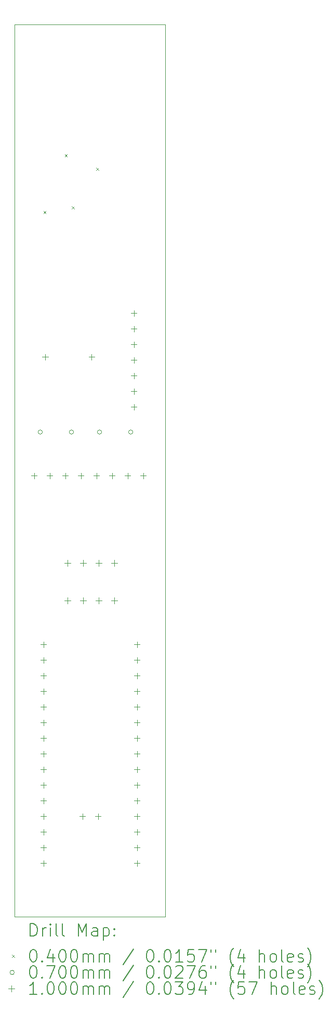
<source format=gbr>
%TF.GenerationSoftware,KiCad,Pcbnew,7.0.10-7.0.10~ubuntu22.04.1*%
%TF.CreationDate,2024-01-30T11:01:31+01:00*%
%TF.ProjectId,rocketry_circuit,726f636b-6574-4727-995f-636972637569,rev?*%
%TF.SameCoordinates,Original*%
%TF.FileFunction,Drillmap*%
%TF.FilePolarity,Positive*%
%FSLAX45Y45*%
G04 Gerber Fmt 4.5, Leading zero omitted, Abs format (unit mm)*
G04 Created by KiCad (PCBNEW 7.0.10-7.0.10~ubuntu22.04.1) date 2024-01-30 11:01:31*
%MOMM*%
%LPD*%
G01*
G04 APERTURE LIST*
%ADD10C,0.100000*%
%ADD11C,0.200000*%
G04 APERTURE END LIST*
D10*
X1200000Y-1200000D02*
X3650000Y-1200000D01*
X3650000Y-15700000D01*
X1200000Y-15700000D01*
X1200000Y-1200000D01*
D11*
D10*
X1669350Y-4232290D02*
X1709350Y-4272290D01*
X1709350Y-4232290D02*
X1669350Y-4272290D01*
X2016020Y-3306210D02*
X2056020Y-3346210D01*
X2056020Y-3306210D02*
X2016020Y-3346210D01*
X2131200Y-4154440D02*
X2171200Y-4194440D01*
X2171200Y-4154440D02*
X2131200Y-4194440D01*
X2527300Y-3527930D02*
X2567300Y-3567930D01*
X2567300Y-3527930D02*
X2527300Y-3567930D01*
X1653400Y-7824620D02*
G75*
G03*
X1583400Y-7824620I-35000J0D01*
G01*
X1583400Y-7824620D02*
G75*
G03*
X1653400Y-7824620I35000J0D01*
G01*
X2161400Y-7824620D02*
G75*
G03*
X2091400Y-7824620I-35000J0D01*
G01*
X2091400Y-7824620D02*
G75*
G03*
X2161400Y-7824620I35000J0D01*
G01*
X2618600Y-7824620D02*
G75*
G03*
X2548600Y-7824620I-35000J0D01*
G01*
X2548600Y-7824620D02*
G75*
G03*
X2618600Y-7824620I35000J0D01*
G01*
X3126600Y-7824620D02*
G75*
G03*
X3056600Y-7824620I-35000J0D01*
G01*
X3056600Y-7824620D02*
G75*
G03*
X3126600Y-7824620I35000J0D01*
G01*
X1516800Y-8485820D02*
X1516800Y-8585820D01*
X1466800Y-8535820D02*
X1566800Y-8535820D01*
X1669200Y-11229020D02*
X1669200Y-11329020D01*
X1619200Y-11279020D02*
X1719200Y-11279020D01*
X1669200Y-11483020D02*
X1669200Y-11583020D01*
X1619200Y-11533020D02*
X1719200Y-11533020D01*
X1669200Y-11737020D02*
X1669200Y-11837020D01*
X1619200Y-11787020D02*
X1719200Y-11787020D01*
X1669200Y-11991020D02*
X1669200Y-12091020D01*
X1619200Y-12041020D02*
X1719200Y-12041020D01*
X1669200Y-12245020D02*
X1669200Y-12345020D01*
X1619200Y-12295020D02*
X1719200Y-12295020D01*
X1669200Y-12499020D02*
X1669200Y-12599020D01*
X1619200Y-12549020D02*
X1719200Y-12549020D01*
X1669200Y-12753020D02*
X1669200Y-12853020D01*
X1619200Y-12803020D02*
X1719200Y-12803020D01*
X1669200Y-13007020D02*
X1669200Y-13107020D01*
X1619200Y-13057020D02*
X1719200Y-13057020D01*
X1669200Y-13261020D02*
X1669200Y-13361020D01*
X1619200Y-13311020D02*
X1719200Y-13311020D01*
X1669200Y-13515020D02*
X1669200Y-13615020D01*
X1619200Y-13565020D02*
X1719200Y-13565020D01*
X1669200Y-13769020D02*
X1669200Y-13869020D01*
X1619200Y-13819020D02*
X1719200Y-13819020D01*
X1669200Y-14023020D02*
X1669200Y-14123020D01*
X1619200Y-14073020D02*
X1719200Y-14073020D01*
X1669200Y-14277020D02*
X1669200Y-14377020D01*
X1619200Y-14327020D02*
X1719200Y-14327020D01*
X1669200Y-14531020D02*
X1669200Y-14631020D01*
X1619200Y-14581020D02*
X1719200Y-14581020D01*
X1669200Y-14785020D02*
X1669200Y-14885020D01*
X1619200Y-14835020D02*
X1719200Y-14835020D01*
X1695600Y-6555420D02*
X1695600Y-6655420D01*
X1645600Y-6605420D02*
X1745600Y-6605420D01*
X1770800Y-8485820D02*
X1770800Y-8585820D01*
X1720800Y-8535820D02*
X1820800Y-8535820D01*
X2024800Y-8485820D02*
X2024800Y-8585820D01*
X1974800Y-8535820D02*
X2074800Y-8535820D01*
X2061000Y-9907400D02*
X2061000Y-10007400D01*
X2011000Y-9957400D02*
X2111000Y-9957400D01*
X2061000Y-10517000D02*
X2061000Y-10617000D01*
X2011000Y-10567000D02*
X2111000Y-10567000D01*
X2278800Y-8485820D02*
X2278800Y-8585820D01*
X2228800Y-8535820D02*
X2328800Y-8535820D01*
X2303700Y-14023020D02*
X2303700Y-14123020D01*
X2253700Y-14073020D02*
X2353700Y-14073020D01*
X2315000Y-9907400D02*
X2315000Y-10007400D01*
X2265000Y-9957400D02*
X2365000Y-9957400D01*
X2315000Y-10517000D02*
X2315000Y-10617000D01*
X2265000Y-10567000D02*
X2365000Y-10567000D01*
X2455600Y-6555420D02*
X2455600Y-6655420D01*
X2405600Y-6605420D02*
X2505600Y-6605420D01*
X2532800Y-8485820D02*
X2532800Y-8585820D01*
X2482800Y-8535820D02*
X2582800Y-8535820D01*
X2557700Y-14023020D02*
X2557700Y-14123020D01*
X2507700Y-14073020D02*
X2607700Y-14073020D01*
X2569000Y-9907400D02*
X2569000Y-10007400D01*
X2519000Y-9957400D02*
X2619000Y-9957400D01*
X2569000Y-10517000D02*
X2569000Y-10617000D01*
X2519000Y-10567000D02*
X2619000Y-10567000D01*
X2786800Y-8485820D02*
X2786800Y-8585820D01*
X2736800Y-8535820D02*
X2836800Y-8535820D01*
X2823000Y-9907400D02*
X2823000Y-10007400D01*
X2773000Y-9957400D02*
X2873000Y-9957400D01*
X2823000Y-10517000D02*
X2823000Y-10617000D01*
X2773000Y-10567000D02*
X2873000Y-10567000D01*
X3040800Y-8485820D02*
X3040800Y-8585820D01*
X2990800Y-8535820D02*
X3090800Y-8535820D01*
X3142400Y-5844220D02*
X3142400Y-5944220D01*
X3092400Y-5894220D02*
X3192400Y-5894220D01*
X3142400Y-6098220D02*
X3142400Y-6198220D01*
X3092400Y-6148220D02*
X3192400Y-6148220D01*
X3142400Y-6352220D02*
X3142400Y-6452220D01*
X3092400Y-6402220D02*
X3192400Y-6402220D01*
X3142400Y-6606220D02*
X3142400Y-6706220D01*
X3092400Y-6656220D02*
X3192400Y-6656220D01*
X3142400Y-6860220D02*
X3142400Y-6960220D01*
X3092400Y-6910220D02*
X3192400Y-6910220D01*
X3142400Y-7114220D02*
X3142400Y-7214220D01*
X3092400Y-7164220D02*
X3192400Y-7164220D01*
X3142400Y-7368220D02*
X3142400Y-7468220D01*
X3092400Y-7418220D02*
X3192400Y-7418220D01*
X3193200Y-11229020D02*
X3193200Y-11329020D01*
X3143200Y-11279020D02*
X3243200Y-11279020D01*
X3193200Y-11483020D02*
X3193200Y-11583020D01*
X3143200Y-11533020D02*
X3243200Y-11533020D01*
X3193200Y-11737020D02*
X3193200Y-11837020D01*
X3143200Y-11787020D02*
X3243200Y-11787020D01*
X3193200Y-11991020D02*
X3193200Y-12091020D01*
X3143200Y-12041020D02*
X3243200Y-12041020D01*
X3193200Y-12245020D02*
X3193200Y-12345020D01*
X3143200Y-12295020D02*
X3243200Y-12295020D01*
X3193200Y-12499020D02*
X3193200Y-12599020D01*
X3143200Y-12549020D02*
X3243200Y-12549020D01*
X3193200Y-12753020D02*
X3193200Y-12853020D01*
X3143200Y-12803020D02*
X3243200Y-12803020D01*
X3193200Y-13007020D02*
X3193200Y-13107020D01*
X3143200Y-13057020D02*
X3243200Y-13057020D01*
X3193200Y-13261020D02*
X3193200Y-13361020D01*
X3143200Y-13311020D02*
X3243200Y-13311020D01*
X3193200Y-13515020D02*
X3193200Y-13615020D01*
X3143200Y-13565020D02*
X3243200Y-13565020D01*
X3193200Y-13769020D02*
X3193200Y-13869020D01*
X3143200Y-13819020D02*
X3243200Y-13819020D01*
X3193200Y-14023020D02*
X3193200Y-14123020D01*
X3143200Y-14073020D02*
X3243200Y-14073020D01*
X3193200Y-14277020D02*
X3193200Y-14377020D01*
X3143200Y-14327020D02*
X3243200Y-14327020D01*
X3193200Y-14531020D02*
X3193200Y-14631020D01*
X3143200Y-14581020D02*
X3243200Y-14581020D01*
X3193200Y-14785020D02*
X3193200Y-14885020D01*
X3143200Y-14835020D02*
X3243200Y-14835020D01*
X3294800Y-8485820D02*
X3294800Y-8585820D01*
X3244800Y-8535820D02*
X3344800Y-8535820D01*
D11*
X1455777Y-16016484D02*
X1455777Y-15816484D01*
X1455777Y-15816484D02*
X1503396Y-15816484D01*
X1503396Y-15816484D02*
X1531967Y-15826008D01*
X1531967Y-15826008D02*
X1551015Y-15845055D01*
X1551015Y-15845055D02*
X1560539Y-15864103D01*
X1560539Y-15864103D02*
X1570062Y-15902198D01*
X1570062Y-15902198D02*
X1570062Y-15930769D01*
X1570062Y-15930769D02*
X1560539Y-15968865D01*
X1560539Y-15968865D02*
X1551015Y-15987912D01*
X1551015Y-15987912D02*
X1531967Y-16006960D01*
X1531967Y-16006960D02*
X1503396Y-16016484D01*
X1503396Y-16016484D02*
X1455777Y-16016484D01*
X1655777Y-16016484D02*
X1655777Y-15883150D01*
X1655777Y-15921246D02*
X1665301Y-15902198D01*
X1665301Y-15902198D02*
X1674824Y-15892674D01*
X1674824Y-15892674D02*
X1693872Y-15883150D01*
X1693872Y-15883150D02*
X1712920Y-15883150D01*
X1779586Y-16016484D02*
X1779586Y-15883150D01*
X1779586Y-15816484D02*
X1770062Y-15826008D01*
X1770062Y-15826008D02*
X1779586Y-15835531D01*
X1779586Y-15835531D02*
X1789110Y-15826008D01*
X1789110Y-15826008D02*
X1779586Y-15816484D01*
X1779586Y-15816484D02*
X1779586Y-15835531D01*
X1903396Y-16016484D02*
X1884348Y-16006960D01*
X1884348Y-16006960D02*
X1874824Y-15987912D01*
X1874824Y-15987912D02*
X1874824Y-15816484D01*
X2008158Y-16016484D02*
X1989110Y-16006960D01*
X1989110Y-16006960D02*
X1979586Y-15987912D01*
X1979586Y-15987912D02*
X1979586Y-15816484D01*
X2236729Y-16016484D02*
X2236729Y-15816484D01*
X2236729Y-15816484D02*
X2303396Y-15959341D01*
X2303396Y-15959341D02*
X2370063Y-15816484D01*
X2370063Y-15816484D02*
X2370063Y-16016484D01*
X2551015Y-16016484D02*
X2551015Y-15911722D01*
X2551015Y-15911722D02*
X2541491Y-15892674D01*
X2541491Y-15892674D02*
X2522444Y-15883150D01*
X2522444Y-15883150D02*
X2484348Y-15883150D01*
X2484348Y-15883150D02*
X2465301Y-15892674D01*
X2551015Y-16006960D02*
X2531967Y-16016484D01*
X2531967Y-16016484D02*
X2484348Y-16016484D01*
X2484348Y-16016484D02*
X2465301Y-16006960D01*
X2465301Y-16006960D02*
X2455777Y-15987912D01*
X2455777Y-15987912D02*
X2455777Y-15968865D01*
X2455777Y-15968865D02*
X2465301Y-15949817D01*
X2465301Y-15949817D02*
X2484348Y-15940293D01*
X2484348Y-15940293D02*
X2531967Y-15940293D01*
X2531967Y-15940293D02*
X2551015Y-15930769D01*
X2646253Y-15883150D02*
X2646253Y-16083150D01*
X2646253Y-15892674D02*
X2665301Y-15883150D01*
X2665301Y-15883150D02*
X2703396Y-15883150D01*
X2703396Y-15883150D02*
X2722444Y-15892674D01*
X2722444Y-15892674D02*
X2731967Y-15902198D01*
X2731967Y-15902198D02*
X2741491Y-15921246D01*
X2741491Y-15921246D02*
X2741491Y-15978388D01*
X2741491Y-15978388D02*
X2731967Y-15997436D01*
X2731967Y-15997436D02*
X2722444Y-16006960D01*
X2722444Y-16006960D02*
X2703396Y-16016484D01*
X2703396Y-16016484D02*
X2665301Y-16016484D01*
X2665301Y-16016484D02*
X2646253Y-16006960D01*
X2827205Y-15997436D02*
X2836729Y-16006960D01*
X2836729Y-16006960D02*
X2827205Y-16016484D01*
X2827205Y-16016484D02*
X2817682Y-16006960D01*
X2817682Y-16006960D02*
X2827205Y-15997436D01*
X2827205Y-15997436D02*
X2827205Y-16016484D01*
X2827205Y-15892674D02*
X2836729Y-15902198D01*
X2836729Y-15902198D02*
X2827205Y-15911722D01*
X2827205Y-15911722D02*
X2817682Y-15902198D01*
X2817682Y-15902198D02*
X2827205Y-15892674D01*
X2827205Y-15892674D02*
X2827205Y-15911722D01*
D10*
X1155000Y-16325000D02*
X1195000Y-16365000D01*
X1195000Y-16325000D02*
X1155000Y-16365000D01*
D11*
X1493872Y-16236484D02*
X1512920Y-16236484D01*
X1512920Y-16236484D02*
X1531967Y-16246008D01*
X1531967Y-16246008D02*
X1541491Y-16255531D01*
X1541491Y-16255531D02*
X1551015Y-16274579D01*
X1551015Y-16274579D02*
X1560539Y-16312674D01*
X1560539Y-16312674D02*
X1560539Y-16360293D01*
X1560539Y-16360293D02*
X1551015Y-16398388D01*
X1551015Y-16398388D02*
X1541491Y-16417436D01*
X1541491Y-16417436D02*
X1531967Y-16426960D01*
X1531967Y-16426960D02*
X1512920Y-16436484D01*
X1512920Y-16436484D02*
X1493872Y-16436484D01*
X1493872Y-16436484D02*
X1474824Y-16426960D01*
X1474824Y-16426960D02*
X1465301Y-16417436D01*
X1465301Y-16417436D02*
X1455777Y-16398388D01*
X1455777Y-16398388D02*
X1446253Y-16360293D01*
X1446253Y-16360293D02*
X1446253Y-16312674D01*
X1446253Y-16312674D02*
X1455777Y-16274579D01*
X1455777Y-16274579D02*
X1465301Y-16255531D01*
X1465301Y-16255531D02*
X1474824Y-16246008D01*
X1474824Y-16246008D02*
X1493872Y-16236484D01*
X1646253Y-16417436D02*
X1655777Y-16426960D01*
X1655777Y-16426960D02*
X1646253Y-16436484D01*
X1646253Y-16436484D02*
X1636729Y-16426960D01*
X1636729Y-16426960D02*
X1646253Y-16417436D01*
X1646253Y-16417436D02*
X1646253Y-16436484D01*
X1827205Y-16303150D02*
X1827205Y-16436484D01*
X1779586Y-16226960D02*
X1731967Y-16369817D01*
X1731967Y-16369817D02*
X1855777Y-16369817D01*
X1970062Y-16236484D02*
X1989110Y-16236484D01*
X1989110Y-16236484D02*
X2008158Y-16246008D01*
X2008158Y-16246008D02*
X2017682Y-16255531D01*
X2017682Y-16255531D02*
X2027205Y-16274579D01*
X2027205Y-16274579D02*
X2036729Y-16312674D01*
X2036729Y-16312674D02*
X2036729Y-16360293D01*
X2036729Y-16360293D02*
X2027205Y-16398388D01*
X2027205Y-16398388D02*
X2017682Y-16417436D01*
X2017682Y-16417436D02*
X2008158Y-16426960D01*
X2008158Y-16426960D02*
X1989110Y-16436484D01*
X1989110Y-16436484D02*
X1970062Y-16436484D01*
X1970062Y-16436484D02*
X1951015Y-16426960D01*
X1951015Y-16426960D02*
X1941491Y-16417436D01*
X1941491Y-16417436D02*
X1931967Y-16398388D01*
X1931967Y-16398388D02*
X1922443Y-16360293D01*
X1922443Y-16360293D02*
X1922443Y-16312674D01*
X1922443Y-16312674D02*
X1931967Y-16274579D01*
X1931967Y-16274579D02*
X1941491Y-16255531D01*
X1941491Y-16255531D02*
X1951015Y-16246008D01*
X1951015Y-16246008D02*
X1970062Y-16236484D01*
X2160539Y-16236484D02*
X2179586Y-16236484D01*
X2179586Y-16236484D02*
X2198634Y-16246008D01*
X2198634Y-16246008D02*
X2208158Y-16255531D01*
X2208158Y-16255531D02*
X2217682Y-16274579D01*
X2217682Y-16274579D02*
X2227205Y-16312674D01*
X2227205Y-16312674D02*
X2227205Y-16360293D01*
X2227205Y-16360293D02*
X2217682Y-16398388D01*
X2217682Y-16398388D02*
X2208158Y-16417436D01*
X2208158Y-16417436D02*
X2198634Y-16426960D01*
X2198634Y-16426960D02*
X2179586Y-16436484D01*
X2179586Y-16436484D02*
X2160539Y-16436484D01*
X2160539Y-16436484D02*
X2141491Y-16426960D01*
X2141491Y-16426960D02*
X2131967Y-16417436D01*
X2131967Y-16417436D02*
X2122444Y-16398388D01*
X2122444Y-16398388D02*
X2112920Y-16360293D01*
X2112920Y-16360293D02*
X2112920Y-16312674D01*
X2112920Y-16312674D02*
X2122444Y-16274579D01*
X2122444Y-16274579D02*
X2131967Y-16255531D01*
X2131967Y-16255531D02*
X2141491Y-16246008D01*
X2141491Y-16246008D02*
X2160539Y-16236484D01*
X2312920Y-16436484D02*
X2312920Y-16303150D01*
X2312920Y-16322198D02*
X2322444Y-16312674D01*
X2322444Y-16312674D02*
X2341491Y-16303150D01*
X2341491Y-16303150D02*
X2370063Y-16303150D01*
X2370063Y-16303150D02*
X2389110Y-16312674D01*
X2389110Y-16312674D02*
X2398634Y-16331722D01*
X2398634Y-16331722D02*
X2398634Y-16436484D01*
X2398634Y-16331722D02*
X2408158Y-16312674D01*
X2408158Y-16312674D02*
X2427205Y-16303150D01*
X2427205Y-16303150D02*
X2455777Y-16303150D01*
X2455777Y-16303150D02*
X2474825Y-16312674D01*
X2474825Y-16312674D02*
X2484348Y-16331722D01*
X2484348Y-16331722D02*
X2484348Y-16436484D01*
X2579586Y-16436484D02*
X2579586Y-16303150D01*
X2579586Y-16322198D02*
X2589110Y-16312674D01*
X2589110Y-16312674D02*
X2608158Y-16303150D01*
X2608158Y-16303150D02*
X2636729Y-16303150D01*
X2636729Y-16303150D02*
X2655777Y-16312674D01*
X2655777Y-16312674D02*
X2665301Y-16331722D01*
X2665301Y-16331722D02*
X2665301Y-16436484D01*
X2665301Y-16331722D02*
X2674825Y-16312674D01*
X2674825Y-16312674D02*
X2693872Y-16303150D01*
X2693872Y-16303150D02*
X2722444Y-16303150D01*
X2722444Y-16303150D02*
X2741491Y-16312674D01*
X2741491Y-16312674D02*
X2751015Y-16331722D01*
X2751015Y-16331722D02*
X2751015Y-16436484D01*
X3141491Y-16226960D02*
X2970063Y-16484103D01*
X3398634Y-16236484D02*
X3417682Y-16236484D01*
X3417682Y-16236484D02*
X3436729Y-16246008D01*
X3436729Y-16246008D02*
X3446253Y-16255531D01*
X3446253Y-16255531D02*
X3455777Y-16274579D01*
X3455777Y-16274579D02*
X3465301Y-16312674D01*
X3465301Y-16312674D02*
X3465301Y-16360293D01*
X3465301Y-16360293D02*
X3455777Y-16398388D01*
X3455777Y-16398388D02*
X3446253Y-16417436D01*
X3446253Y-16417436D02*
X3436729Y-16426960D01*
X3436729Y-16426960D02*
X3417682Y-16436484D01*
X3417682Y-16436484D02*
X3398634Y-16436484D01*
X3398634Y-16436484D02*
X3379586Y-16426960D01*
X3379586Y-16426960D02*
X3370063Y-16417436D01*
X3370063Y-16417436D02*
X3360539Y-16398388D01*
X3360539Y-16398388D02*
X3351015Y-16360293D01*
X3351015Y-16360293D02*
X3351015Y-16312674D01*
X3351015Y-16312674D02*
X3360539Y-16274579D01*
X3360539Y-16274579D02*
X3370063Y-16255531D01*
X3370063Y-16255531D02*
X3379586Y-16246008D01*
X3379586Y-16246008D02*
X3398634Y-16236484D01*
X3551015Y-16417436D02*
X3560539Y-16426960D01*
X3560539Y-16426960D02*
X3551015Y-16436484D01*
X3551015Y-16436484D02*
X3541491Y-16426960D01*
X3541491Y-16426960D02*
X3551015Y-16417436D01*
X3551015Y-16417436D02*
X3551015Y-16436484D01*
X3684348Y-16236484D02*
X3703396Y-16236484D01*
X3703396Y-16236484D02*
X3722444Y-16246008D01*
X3722444Y-16246008D02*
X3731967Y-16255531D01*
X3731967Y-16255531D02*
X3741491Y-16274579D01*
X3741491Y-16274579D02*
X3751015Y-16312674D01*
X3751015Y-16312674D02*
X3751015Y-16360293D01*
X3751015Y-16360293D02*
X3741491Y-16398388D01*
X3741491Y-16398388D02*
X3731967Y-16417436D01*
X3731967Y-16417436D02*
X3722444Y-16426960D01*
X3722444Y-16426960D02*
X3703396Y-16436484D01*
X3703396Y-16436484D02*
X3684348Y-16436484D01*
X3684348Y-16436484D02*
X3665301Y-16426960D01*
X3665301Y-16426960D02*
X3655777Y-16417436D01*
X3655777Y-16417436D02*
X3646253Y-16398388D01*
X3646253Y-16398388D02*
X3636729Y-16360293D01*
X3636729Y-16360293D02*
X3636729Y-16312674D01*
X3636729Y-16312674D02*
X3646253Y-16274579D01*
X3646253Y-16274579D02*
X3655777Y-16255531D01*
X3655777Y-16255531D02*
X3665301Y-16246008D01*
X3665301Y-16246008D02*
X3684348Y-16236484D01*
X3941491Y-16436484D02*
X3827206Y-16436484D01*
X3884348Y-16436484D02*
X3884348Y-16236484D01*
X3884348Y-16236484D02*
X3865301Y-16265055D01*
X3865301Y-16265055D02*
X3846253Y-16284103D01*
X3846253Y-16284103D02*
X3827206Y-16293627D01*
X4122444Y-16236484D02*
X4027206Y-16236484D01*
X4027206Y-16236484D02*
X4017682Y-16331722D01*
X4017682Y-16331722D02*
X4027206Y-16322198D01*
X4027206Y-16322198D02*
X4046253Y-16312674D01*
X4046253Y-16312674D02*
X4093872Y-16312674D01*
X4093872Y-16312674D02*
X4112920Y-16322198D01*
X4112920Y-16322198D02*
X4122444Y-16331722D01*
X4122444Y-16331722D02*
X4131967Y-16350769D01*
X4131967Y-16350769D02*
X4131967Y-16398388D01*
X4131967Y-16398388D02*
X4122444Y-16417436D01*
X4122444Y-16417436D02*
X4112920Y-16426960D01*
X4112920Y-16426960D02*
X4093872Y-16436484D01*
X4093872Y-16436484D02*
X4046253Y-16436484D01*
X4046253Y-16436484D02*
X4027206Y-16426960D01*
X4027206Y-16426960D02*
X4017682Y-16417436D01*
X4198634Y-16236484D02*
X4331968Y-16236484D01*
X4331968Y-16236484D02*
X4246253Y-16436484D01*
X4398634Y-16236484D02*
X4398634Y-16274579D01*
X4474825Y-16236484D02*
X4474825Y-16274579D01*
X4770063Y-16512674D02*
X4760539Y-16503150D01*
X4760539Y-16503150D02*
X4741491Y-16474579D01*
X4741491Y-16474579D02*
X4731968Y-16455531D01*
X4731968Y-16455531D02*
X4722444Y-16426960D01*
X4722444Y-16426960D02*
X4712920Y-16379341D01*
X4712920Y-16379341D02*
X4712920Y-16341246D01*
X4712920Y-16341246D02*
X4722444Y-16293627D01*
X4722444Y-16293627D02*
X4731968Y-16265055D01*
X4731968Y-16265055D02*
X4741491Y-16246008D01*
X4741491Y-16246008D02*
X4760539Y-16217436D01*
X4760539Y-16217436D02*
X4770063Y-16207912D01*
X4931968Y-16303150D02*
X4931968Y-16436484D01*
X4884349Y-16226960D02*
X4836730Y-16369817D01*
X4836730Y-16369817D02*
X4960539Y-16369817D01*
X5189111Y-16436484D02*
X5189111Y-16236484D01*
X5274825Y-16436484D02*
X5274825Y-16331722D01*
X5274825Y-16331722D02*
X5265301Y-16312674D01*
X5265301Y-16312674D02*
X5246253Y-16303150D01*
X5246253Y-16303150D02*
X5217682Y-16303150D01*
X5217682Y-16303150D02*
X5198634Y-16312674D01*
X5198634Y-16312674D02*
X5189111Y-16322198D01*
X5398634Y-16436484D02*
X5379587Y-16426960D01*
X5379587Y-16426960D02*
X5370063Y-16417436D01*
X5370063Y-16417436D02*
X5360539Y-16398388D01*
X5360539Y-16398388D02*
X5360539Y-16341246D01*
X5360539Y-16341246D02*
X5370063Y-16322198D01*
X5370063Y-16322198D02*
X5379587Y-16312674D01*
X5379587Y-16312674D02*
X5398634Y-16303150D01*
X5398634Y-16303150D02*
X5427206Y-16303150D01*
X5427206Y-16303150D02*
X5446253Y-16312674D01*
X5446253Y-16312674D02*
X5455777Y-16322198D01*
X5455777Y-16322198D02*
X5465301Y-16341246D01*
X5465301Y-16341246D02*
X5465301Y-16398388D01*
X5465301Y-16398388D02*
X5455777Y-16417436D01*
X5455777Y-16417436D02*
X5446253Y-16426960D01*
X5446253Y-16426960D02*
X5427206Y-16436484D01*
X5427206Y-16436484D02*
X5398634Y-16436484D01*
X5579587Y-16436484D02*
X5560539Y-16426960D01*
X5560539Y-16426960D02*
X5551015Y-16407912D01*
X5551015Y-16407912D02*
X5551015Y-16236484D01*
X5731968Y-16426960D02*
X5712920Y-16436484D01*
X5712920Y-16436484D02*
X5674825Y-16436484D01*
X5674825Y-16436484D02*
X5655777Y-16426960D01*
X5655777Y-16426960D02*
X5646253Y-16407912D01*
X5646253Y-16407912D02*
X5646253Y-16331722D01*
X5646253Y-16331722D02*
X5655777Y-16312674D01*
X5655777Y-16312674D02*
X5674825Y-16303150D01*
X5674825Y-16303150D02*
X5712920Y-16303150D01*
X5712920Y-16303150D02*
X5731968Y-16312674D01*
X5731968Y-16312674D02*
X5741491Y-16331722D01*
X5741491Y-16331722D02*
X5741491Y-16350769D01*
X5741491Y-16350769D02*
X5646253Y-16369817D01*
X5817682Y-16426960D02*
X5836730Y-16436484D01*
X5836730Y-16436484D02*
X5874825Y-16436484D01*
X5874825Y-16436484D02*
X5893872Y-16426960D01*
X5893872Y-16426960D02*
X5903396Y-16407912D01*
X5903396Y-16407912D02*
X5903396Y-16398388D01*
X5903396Y-16398388D02*
X5893872Y-16379341D01*
X5893872Y-16379341D02*
X5874825Y-16369817D01*
X5874825Y-16369817D02*
X5846253Y-16369817D01*
X5846253Y-16369817D02*
X5827206Y-16360293D01*
X5827206Y-16360293D02*
X5817682Y-16341246D01*
X5817682Y-16341246D02*
X5817682Y-16331722D01*
X5817682Y-16331722D02*
X5827206Y-16312674D01*
X5827206Y-16312674D02*
X5846253Y-16303150D01*
X5846253Y-16303150D02*
X5874825Y-16303150D01*
X5874825Y-16303150D02*
X5893872Y-16312674D01*
X5970063Y-16512674D02*
X5979587Y-16503150D01*
X5979587Y-16503150D02*
X5998634Y-16474579D01*
X5998634Y-16474579D02*
X6008158Y-16455531D01*
X6008158Y-16455531D02*
X6017682Y-16426960D01*
X6017682Y-16426960D02*
X6027206Y-16379341D01*
X6027206Y-16379341D02*
X6027206Y-16341246D01*
X6027206Y-16341246D02*
X6017682Y-16293627D01*
X6017682Y-16293627D02*
X6008158Y-16265055D01*
X6008158Y-16265055D02*
X5998634Y-16246008D01*
X5998634Y-16246008D02*
X5979587Y-16217436D01*
X5979587Y-16217436D02*
X5970063Y-16207912D01*
D10*
X1195000Y-16609000D02*
G75*
G03*
X1125000Y-16609000I-35000J0D01*
G01*
X1125000Y-16609000D02*
G75*
G03*
X1195000Y-16609000I35000J0D01*
G01*
D11*
X1493872Y-16500484D02*
X1512920Y-16500484D01*
X1512920Y-16500484D02*
X1531967Y-16510008D01*
X1531967Y-16510008D02*
X1541491Y-16519531D01*
X1541491Y-16519531D02*
X1551015Y-16538579D01*
X1551015Y-16538579D02*
X1560539Y-16576674D01*
X1560539Y-16576674D02*
X1560539Y-16624293D01*
X1560539Y-16624293D02*
X1551015Y-16662388D01*
X1551015Y-16662388D02*
X1541491Y-16681436D01*
X1541491Y-16681436D02*
X1531967Y-16690960D01*
X1531967Y-16690960D02*
X1512920Y-16700484D01*
X1512920Y-16700484D02*
X1493872Y-16700484D01*
X1493872Y-16700484D02*
X1474824Y-16690960D01*
X1474824Y-16690960D02*
X1465301Y-16681436D01*
X1465301Y-16681436D02*
X1455777Y-16662388D01*
X1455777Y-16662388D02*
X1446253Y-16624293D01*
X1446253Y-16624293D02*
X1446253Y-16576674D01*
X1446253Y-16576674D02*
X1455777Y-16538579D01*
X1455777Y-16538579D02*
X1465301Y-16519531D01*
X1465301Y-16519531D02*
X1474824Y-16510008D01*
X1474824Y-16510008D02*
X1493872Y-16500484D01*
X1646253Y-16681436D02*
X1655777Y-16690960D01*
X1655777Y-16690960D02*
X1646253Y-16700484D01*
X1646253Y-16700484D02*
X1636729Y-16690960D01*
X1636729Y-16690960D02*
X1646253Y-16681436D01*
X1646253Y-16681436D02*
X1646253Y-16700484D01*
X1722443Y-16500484D02*
X1855777Y-16500484D01*
X1855777Y-16500484D02*
X1770062Y-16700484D01*
X1970062Y-16500484D02*
X1989110Y-16500484D01*
X1989110Y-16500484D02*
X2008158Y-16510008D01*
X2008158Y-16510008D02*
X2017682Y-16519531D01*
X2017682Y-16519531D02*
X2027205Y-16538579D01*
X2027205Y-16538579D02*
X2036729Y-16576674D01*
X2036729Y-16576674D02*
X2036729Y-16624293D01*
X2036729Y-16624293D02*
X2027205Y-16662388D01*
X2027205Y-16662388D02*
X2017682Y-16681436D01*
X2017682Y-16681436D02*
X2008158Y-16690960D01*
X2008158Y-16690960D02*
X1989110Y-16700484D01*
X1989110Y-16700484D02*
X1970062Y-16700484D01*
X1970062Y-16700484D02*
X1951015Y-16690960D01*
X1951015Y-16690960D02*
X1941491Y-16681436D01*
X1941491Y-16681436D02*
X1931967Y-16662388D01*
X1931967Y-16662388D02*
X1922443Y-16624293D01*
X1922443Y-16624293D02*
X1922443Y-16576674D01*
X1922443Y-16576674D02*
X1931967Y-16538579D01*
X1931967Y-16538579D02*
X1941491Y-16519531D01*
X1941491Y-16519531D02*
X1951015Y-16510008D01*
X1951015Y-16510008D02*
X1970062Y-16500484D01*
X2160539Y-16500484D02*
X2179586Y-16500484D01*
X2179586Y-16500484D02*
X2198634Y-16510008D01*
X2198634Y-16510008D02*
X2208158Y-16519531D01*
X2208158Y-16519531D02*
X2217682Y-16538579D01*
X2217682Y-16538579D02*
X2227205Y-16576674D01*
X2227205Y-16576674D02*
X2227205Y-16624293D01*
X2227205Y-16624293D02*
X2217682Y-16662388D01*
X2217682Y-16662388D02*
X2208158Y-16681436D01*
X2208158Y-16681436D02*
X2198634Y-16690960D01*
X2198634Y-16690960D02*
X2179586Y-16700484D01*
X2179586Y-16700484D02*
X2160539Y-16700484D01*
X2160539Y-16700484D02*
X2141491Y-16690960D01*
X2141491Y-16690960D02*
X2131967Y-16681436D01*
X2131967Y-16681436D02*
X2122444Y-16662388D01*
X2122444Y-16662388D02*
X2112920Y-16624293D01*
X2112920Y-16624293D02*
X2112920Y-16576674D01*
X2112920Y-16576674D02*
X2122444Y-16538579D01*
X2122444Y-16538579D02*
X2131967Y-16519531D01*
X2131967Y-16519531D02*
X2141491Y-16510008D01*
X2141491Y-16510008D02*
X2160539Y-16500484D01*
X2312920Y-16700484D02*
X2312920Y-16567150D01*
X2312920Y-16586198D02*
X2322444Y-16576674D01*
X2322444Y-16576674D02*
X2341491Y-16567150D01*
X2341491Y-16567150D02*
X2370063Y-16567150D01*
X2370063Y-16567150D02*
X2389110Y-16576674D01*
X2389110Y-16576674D02*
X2398634Y-16595722D01*
X2398634Y-16595722D02*
X2398634Y-16700484D01*
X2398634Y-16595722D02*
X2408158Y-16576674D01*
X2408158Y-16576674D02*
X2427205Y-16567150D01*
X2427205Y-16567150D02*
X2455777Y-16567150D01*
X2455777Y-16567150D02*
X2474825Y-16576674D01*
X2474825Y-16576674D02*
X2484348Y-16595722D01*
X2484348Y-16595722D02*
X2484348Y-16700484D01*
X2579586Y-16700484D02*
X2579586Y-16567150D01*
X2579586Y-16586198D02*
X2589110Y-16576674D01*
X2589110Y-16576674D02*
X2608158Y-16567150D01*
X2608158Y-16567150D02*
X2636729Y-16567150D01*
X2636729Y-16567150D02*
X2655777Y-16576674D01*
X2655777Y-16576674D02*
X2665301Y-16595722D01*
X2665301Y-16595722D02*
X2665301Y-16700484D01*
X2665301Y-16595722D02*
X2674825Y-16576674D01*
X2674825Y-16576674D02*
X2693872Y-16567150D01*
X2693872Y-16567150D02*
X2722444Y-16567150D01*
X2722444Y-16567150D02*
X2741491Y-16576674D01*
X2741491Y-16576674D02*
X2751015Y-16595722D01*
X2751015Y-16595722D02*
X2751015Y-16700484D01*
X3141491Y-16490960D02*
X2970063Y-16748103D01*
X3398634Y-16500484D02*
X3417682Y-16500484D01*
X3417682Y-16500484D02*
X3436729Y-16510008D01*
X3436729Y-16510008D02*
X3446253Y-16519531D01*
X3446253Y-16519531D02*
X3455777Y-16538579D01*
X3455777Y-16538579D02*
X3465301Y-16576674D01*
X3465301Y-16576674D02*
X3465301Y-16624293D01*
X3465301Y-16624293D02*
X3455777Y-16662388D01*
X3455777Y-16662388D02*
X3446253Y-16681436D01*
X3446253Y-16681436D02*
X3436729Y-16690960D01*
X3436729Y-16690960D02*
X3417682Y-16700484D01*
X3417682Y-16700484D02*
X3398634Y-16700484D01*
X3398634Y-16700484D02*
X3379586Y-16690960D01*
X3379586Y-16690960D02*
X3370063Y-16681436D01*
X3370063Y-16681436D02*
X3360539Y-16662388D01*
X3360539Y-16662388D02*
X3351015Y-16624293D01*
X3351015Y-16624293D02*
X3351015Y-16576674D01*
X3351015Y-16576674D02*
X3360539Y-16538579D01*
X3360539Y-16538579D02*
X3370063Y-16519531D01*
X3370063Y-16519531D02*
X3379586Y-16510008D01*
X3379586Y-16510008D02*
X3398634Y-16500484D01*
X3551015Y-16681436D02*
X3560539Y-16690960D01*
X3560539Y-16690960D02*
X3551015Y-16700484D01*
X3551015Y-16700484D02*
X3541491Y-16690960D01*
X3541491Y-16690960D02*
X3551015Y-16681436D01*
X3551015Y-16681436D02*
X3551015Y-16700484D01*
X3684348Y-16500484D02*
X3703396Y-16500484D01*
X3703396Y-16500484D02*
X3722444Y-16510008D01*
X3722444Y-16510008D02*
X3731967Y-16519531D01*
X3731967Y-16519531D02*
X3741491Y-16538579D01*
X3741491Y-16538579D02*
X3751015Y-16576674D01*
X3751015Y-16576674D02*
X3751015Y-16624293D01*
X3751015Y-16624293D02*
X3741491Y-16662388D01*
X3741491Y-16662388D02*
X3731967Y-16681436D01*
X3731967Y-16681436D02*
X3722444Y-16690960D01*
X3722444Y-16690960D02*
X3703396Y-16700484D01*
X3703396Y-16700484D02*
X3684348Y-16700484D01*
X3684348Y-16700484D02*
X3665301Y-16690960D01*
X3665301Y-16690960D02*
X3655777Y-16681436D01*
X3655777Y-16681436D02*
X3646253Y-16662388D01*
X3646253Y-16662388D02*
X3636729Y-16624293D01*
X3636729Y-16624293D02*
X3636729Y-16576674D01*
X3636729Y-16576674D02*
X3646253Y-16538579D01*
X3646253Y-16538579D02*
X3655777Y-16519531D01*
X3655777Y-16519531D02*
X3665301Y-16510008D01*
X3665301Y-16510008D02*
X3684348Y-16500484D01*
X3827206Y-16519531D02*
X3836729Y-16510008D01*
X3836729Y-16510008D02*
X3855777Y-16500484D01*
X3855777Y-16500484D02*
X3903396Y-16500484D01*
X3903396Y-16500484D02*
X3922444Y-16510008D01*
X3922444Y-16510008D02*
X3931967Y-16519531D01*
X3931967Y-16519531D02*
X3941491Y-16538579D01*
X3941491Y-16538579D02*
X3941491Y-16557627D01*
X3941491Y-16557627D02*
X3931967Y-16586198D01*
X3931967Y-16586198D02*
X3817682Y-16700484D01*
X3817682Y-16700484D02*
X3941491Y-16700484D01*
X4008158Y-16500484D02*
X4141491Y-16500484D01*
X4141491Y-16500484D02*
X4055777Y-16700484D01*
X4303396Y-16500484D02*
X4265301Y-16500484D01*
X4265301Y-16500484D02*
X4246253Y-16510008D01*
X4246253Y-16510008D02*
X4236729Y-16519531D01*
X4236729Y-16519531D02*
X4217682Y-16548103D01*
X4217682Y-16548103D02*
X4208158Y-16586198D01*
X4208158Y-16586198D02*
X4208158Y-16662388D01*
X4208158Y-16662388D02*
X4217682Y-16681436D01*
X4217682Y-16681436D02*
X4227206Y-16690960D01*
X4227206Y-16690960D02*
X4246253Y-16700484D01*
X4246253Y-16700484D02*
X4284349Y-16700484D01*
X4284349Y-16700484D02*
X4303396Y-16690960D01*
X4303396Y-16690960D02*
X4312920Y-16681436D01*
X4312920Y-16681436D02*
X4322444Y-16662388D01*
X4322444Y-16662388D02*
X4322444Y-16614769D01*
X4322444Y-16614769D02*
X4312920Y-16595722D01*
X4312920Y-16595722D02*
X4303396Y-16586198D01*
X4303396Y-16586198D02*
X4284349Y-16576674D01*
X4284349Y-16576674D02*
X4246253Y-16576674D01*
X4246253Y-16576674D02*
X4227206Y-16586198D01*
X4227206Y-16586198D02*
X4217682Y-16595722D01*
X4217682Y-16595722D02*
X4208158Y-16614769D01*
X4398634Y-16500484D02*
X4398634Y-16538579D01*
X4474825Y-16500484D02*
X4474825Y-16538579D01*
X4770063Y-16776674D02*
X4760539Y-16767150D01*
X4760539Y-16767150D02*
X4741491Y-16738579D01*
X4741491Y-16738579D02*
X4731968Y-16719531D01*
X4731968Y-16719531D02*
X4722444Y-16690960D01*
X4722444Y-16690960D02*
X4712920Y-16643341D01*
X4712920Y-16643341D02*
X4712920Y-16605246D01*
X4712920Y-16605246D02*
X4722444Y-16557627D01*
X4722444Y-16557627D02*
X4731968Y-16529055D01*
X4731968Y-16529055D02*
X4741491Y-16510008D01*
X4741491Y-16510008D02*
X4760539Y-16481436D01*
X4760539Y-16481436D02*
X4770063Y-16471912D01*
X4931968Y-16567150D02*
X4931968Y-16700484D01*
X4884349Y-16490960D02*
X4836730Y-16633817D01*
X4836730Y-16633817D02*
X4960539Y-16633817D01*
X5189111Y-16700484D02*
X5189111Y-16500484D01*
X5274825Y-16700484D02*
X5274825Y-16595722D01*
X5274825Y-16595722D02*
X5265301Y-16576674D01*
X5265301Y-16576674D02*
X5246253Y-16567150D01*
X5246253Y-16567150D02*
X5217682Y-16567150D01*
X5217682Y-16567150D02*
X5198634Y-16576674D01*
X5198634Y-16576674D02*
X5189111Y-16586198D01*
X5398634Y-16700484D02*
X5379587Y-16690960D01*
X5379587Y-16690960D02*
X5370063Y-16681436D01*
X5370063Y-16681436D02*
X5360539Y-16662388D01*
X5360539Y-16662388D02*
X5360539Y-16605246D01*
X5360539Y-16605246D02*
X5370063Y-16586198D01*
X5370063Y-16586198D02*
X5379587Y-16576674D01*
X5379587Y-16576674D02*
X5398634Y-16567150D01*
X5398634Y-16567150D02*
X5427206Y-16567150D01*
X5427206Y-16567150D02*
X5446253Y-16576674D01*
X5446253Y-16576674D02*
X5455777Y-16586198D01*
X5455777Y-16586198D02*
X5465301Y-16605246D01*
X5465301Y-16605246D02*
X5465301Y-16662388D01*
X5465301Y-16662388D02*
X5455777Y-16681436D01*
X5455777Y-16681436D02*
X5446253Y-16690960D01*
X5446253Y-16690960D02*
X5427206Y-16700484D01*
X5427206Y-16700484D02*
X5398634Y-16700484D01*
X5579587Y-16700484D02*
X5560539Y-16690960D01*
X5560539Y-16690960D02*
X5551015Y-16671912D01*
X5551015Y-16671912D02*
X5551015Y-16500484D01*
X5731968Y-16690960D02*
X5712920Y-16700484D01*
X5712920Y-16700484D02*
X5674825Y-16700484D01*
X5674825Y-16700484D02*
X5655777Y-16690960D01*
X5655777Y-16690960D02*
X5646253Y-16671912D01*
X5646253Y-16671912D02*
X5646253Y-16595722D01*
X5646253Y-16595722D02*
X5655777Y-16576674D01*
X5655777Y-16576674D02*
X5674825Y-16567150D01*
X5674825Y-16567150D02*
X5712920Y-16567150D01*
X5712920Y-16567150D02*
X5731968Y-16576674D01*
X5731968Y-16576674D02*
X5741491Y-16595722D01*
X5741491Y-16595722D02*
X5741491Y-16614769D01*
X5741491Y-16614769D02*
X5646253Y-16633817D01*
X5817682Y-16690960D02*
X5836730Y-16700484D01*
X5836730Y-16700484D02*
X5874825Y-16700484D01*
X5874825Y-16700484D02*
X5893872Y-16690960D01*
X5893872Y-16690960D02*
X5903396Y-16671912D01*
X5903396Y-16671912D02*
X5903396Y-16662388D01*
X5903396Y-16662388D02*
X5893872Y-16643341D01*
X5893872Y-16643341D02*
X5874825Y-16633817D01*
X5874825Y-16633817D02*
X5846253Y-16633817D01*
X5846253Y-16633817D02*
X5827206Y-16624293D01*
X5827206Y-16624293D02*
X5817682Y-16605246D01*
X5817682Y-16605246D02*
X5817682Y-16595722D01*
X5817682Y-16595722D02*
X5827206Y-16576674D01*
X5827206Y-16576674D02*
X5846253Y-16567150D01*
X5846253Y-16567150D02*
X5874825Y-16567150D01*
X5874825Y-16567150D02*
X5893872Y-16576674D01*
X5970063Y-16776674D02*
X5979587Y-16767150D01*
X5979587Y-16767150D02*
X5998634Y-16738579D01*
X5998634Y-16738579D02*
X6008158Y-16719531D01*
X6008158Y-16719531D02*
X6017682Y-16690960D01*
X6017682Y-16690960D02*
X6027206Y-16643341D01*
X6027206Y-16643341D02*
X6027206Y-16605246D01*
X6027206Y-16605246D02*
X6017682Y-16557627D01*
X6017682Y-16557627D02*
X6008158Y-16529055D01*
X6008158Y-16529055D02*
X5998634Y-16510008D01*
X5998634Y-16510008D02*
X5979587Y-16481436D01*
X5979587Y-16481436D02*
X5970063Y-16471912D01*
D10*
X1145000Y-16823000D02*
X1145000Y-16923000D01*
X1095000Y-16873000D02*
X1195000Y-16873000D01*
D11*
X1560539Y-16964484D02*
X1446253Y-16964484D01*
X1503396Y-16964484D02*
X1503396Y-16764484D01*
X1503396Y-16764484D02*
X1484348Y-16793055D01*
X1484348Y-16793055D02*
X1465301Y-16812103D01*
X1465301Y-16812103D02*
X1446253Y-16821627D01*
X1646253Y-16945436D02*
X1655777Y-16954960D01*
X1655777Y-16954960D02*
X1646253Y-16964484D01*
X1646253Y-16964484D02*
X1636729Y-16954960D01*
X1636729Y-16954960D02*
X1646253Y-16945436D01*
X1646253Y-16945436D02*
X1646253Y-16964484D01*
X1779586Y-16764484D02*
X1798634Y-16764484D01*
X1798634Y-16764484D02*
X1817682Y-16774008D01*
X1817682Y-16774008D02*
X1827205Y-16783531D01*
X1827205Y-16783531D02*
X1836729Y-16802579D01*
X1836729Y-16802579D02*
X1846253Y-16840674D01*
X1846253Y-16840674D02*
X1846253Y-16888293D01*
X1846253Y-16888293D02*
X1836729Y-16926389D01*
X1836729Y-16926389D02*
X1827205Y-16945436D01*
X1827205Y-16945436D02*
X1817682Y-16954960D01*
X1817682Y-16954960D02*
X1798634Y-16964484D01*
X1798634Y-16964484D02*
X1779586Y-16964484D01*
X1779586Y-16964484D02*
X1760539Y-16954960D01*
X1760539Y-16954960D02*
X1751015Y-16945436D01*
X1751015Y-16945436D02*
X1741491Y-16926389D01*
X1741491Y-16926389D02*
X1731967Y-16888293D01*
X1731967Y-16888293D02*
X1731967Y-16840674D01*
X1731967Y-16840674D02*
X1741491Y-16802579D01*
X1741491Y-16802579D02*
X1751015Y-16783531D01*
X1751015Y-16783531D02*
X1760539Y-16774008D01*
X1760539Y-16774008D02*
X1779586Y-16764484D01*
X1970062Y-16764484D02*
X1989110Y-16764484D01*
X1989110Y-16764484D02*
X2008158Y-16774008D01*
X2008158Y-16774008D02*
X2017682Y-16783531D01*
X2017682Y-16783531D02*
X2027205Y-16802579D01*
X2027205Y-16802579D02*
X2036729Y-16840674D01*
X2036729Y-16840674D02*
X2036729Y-16888293D01*
X2036729Y-16888293D02*
X2027205Y-16926389D01*
X2027205Y-16926389D02*
X2017682Y-16945436D01*
X2017682Y-16945436D02*
X2008158Y-16954960D01*
X2008158Y-16954960D02*
X1989110Y-16964484D01*
X1989110Y-16964484D02*
X1970062Y-16964484D01*
X1970062Y-16964484D02*
X1951015Y-16954960D01*
X1951015Y-16954960D02*
X1941491Y-16945436D01*
X1941491Y-16945436D02*
X1931967Y-16926389D01*
X1931967Y-16926389D02*
X1922443Y-16888293D01*
X1922443Y-16888293D02*
X1922443Y-16840674D01*
X1922443Y-16840674D02*
X1931967Y-16802579D01*
X1931967Y-16802579D02*
X1941491Y-16783531D01*
X1941491Y-16783531D02*
X1951015Y-16774008D01*
X1951015Y-16774008D02*
X1970062Y-16764484D01*
X2160539Y-16764484D02*
X2179586Y-16764484D01*
X2179586Y-16764484D02*
X2198634Y-16774008D01*
X2198634Y-16774008D02*
X2208158Y-16783531D01*
X2208158Y-16783531D02*
X2217682Y-16802579D01*
X2217682Y-16802579D02*
X2227205Y-16840674D01*
X2227205Y-16840674D02*
X2227205Y-16888293D01*
X2227205Y-16888293D02*
X2217682Y-16926389D01*
X2217682Y-16926389D02*
X2208158Y-16945436D01*
X2208158Y-16945436D02*
X2198634Y-16954960D01*
X2198634Y-16954960D02*
X2179586Y-16964484D01*
X2179586Y-16964484D02*
X2160539Y-16964484D01*
X2160539Y-16964484D02*
X2141491Y-16954960D01*
X2141491Y-16954960D02*
X2131967Y-16945436D01*
X2131967Y-16945436D02*
X2122444Y-16926389D01*
X2122444Y-16926389D02*
X2112920Y-16888293D01*
X2112920Y-16888293D02*
X2112920Y-16840674D01*
X2112920Y-16840674D02*
X2122444Y-16802579D01*
X2122444Y-16802579D02*
X2131967Y-16783531D01*
X2131967Y-16783531D02*
X2141491Y-16774008D01*
X2141491Y-16774008D02*
X2160539Y-16764484D01*
X2312920Y-16964484D02*
X2312920Y-16831150D01*
X2312920Y-16850198D02*
X2322444Y-16840674D01*
X2322444Y-16840674D02*
X2341491Y-16831150D01*
X2341491Y-16831150D02*
X2370063Y-16831150D01*
X2370063Y-16831150D02*
X2389110Y-16840674D01*
X2389110Y-16840674D02*
X2398634Y-16859722D01*
X2398634Y-16859722D02*
X2398634Y-16964484D01*
X2398634Y-16859722D02*
X2408158Y-16840674D01*
X2408158Y-16840674D02*
X2427205Y-16831150D01*
X2427205Y-16831150D02*
X2455777Y-16831150D01*
X2455777Y-16831150D02*
X2474825Y-16840674D01*
X2474825Y-16840674D02*
X2484348Y-16859722D01*
X2484348Y-16859722D02*
X2484348Y-16964484D01*
X2579586Y-16964484D02*
X2579586Y-16831150D01*
X2579586Y-16850198D02*
X2589110Y-16840674D01*
X2589110Y-16840674D02*
X2608158Y-16831150D01*
X2608158Y-16831150D02*
X2636729Y-16831150D01*
X2636729Y-16831150D02*
X2655777Y-16840674D01*
X2655777Y-16840674D02*
X2665301Y-16859722D01*
X2665301Y-16859722D02*
X2665301Y-16964484D01*
X2665301Y-16859722D02*
X2674825Y-16840674D01*
X2674825Y-16840674D02*
X2693872Y-16831150D01*
X2693872Y-16831150D02*
X2722444Y-16831150D01*
X2722444Y-16831150D02*
X2741491Y-16840674D01*
X2741491Y-16840674D02*
X2751015Y-16859722D01*
X2751015Y-16859722D02*
X2751015Y-16964484D01*
X3141491Y-16754960D02*
X2970063Y-17012103D01*
X3398634Y-16764484D02*
X3417682Y-16764484D01*
X3417682Y-16764484D02*
X3436729Y-16774008D01*
X3436729Y-16774008D02*
X3446253Y-16783531D01*
X3446253Y-16783531D02*
X3455777Y-16802579D01*
X3455777Y-16802579D02*
X3465301Y-16840674D01*
X3465301Y-16840674D02*
X3465301Y-16888293D01*
X3465301Y-16888293D02*
X3455777Y-16926389D01*
X3455777Y-16926389D02*
X3446253Y-16945436D01*
X3446253Y-16945436D02*
X3436729Y-16954960D01*
X3436729Y-16954960D02*
X3417682Y-16964484D01*
X3417682Y-16964484D02*
X3398634Y-16964484D01*
X3398634Y-16964484D02*
X3379586Y-16954960D01*
X3379586Y-16954960D02*
X3370063Y-16945436D01*
X3370063Y-16945436D02*
X3360539Y-16926389D01*
X3360539Y-16926389D02*
X3351015Y-16888293D01*
X3351015Y-16888293D02*
X3351015Y-16840674D01*
X3351015Y-16840674D02*
X3360539Y-16802579D01*
X3360539Y-16802579D02*
X3370063Y-16783531D01*
X3370063Y-16783531D02*
X3379586Y-16774008D01*
X3379586Y-16774008D02*
X3398634Y-16764484D01*
X3551015Y-16945436D02*
X3560539Y-16954960D01*
X3560539Y-16954960D02*
X3551015Y-16964484D01*
X3551015Y-16964484D02*
X3541491Y-16954960D01*
X3541491Y-16954960D02*
X3551015Y-16945436D01*
X3551015Y-16945436D02*
X3551015Y-16964484D01*
X3684348Y-16764484D02*
X3703396Y-16764484D01*
X3703396Y-16764484D02*
X3722444Y-16774008D01*
X3722444Y-16774008D02*
X3731967Y-16783531D01*
X3731967Y-16783531D02*
X3741491Y-16802579D01*
X3741491Y-16802579D02*
X3751015Y-16840674D01*
X3751015Y-16840674D02*
X3751015Y-16888293D01*
X3751015Y-16888293D02*
X3741491Y-16926389D01*
X3741491Y-16926389D02*
X3731967Y-16945436D01*
X3731967Y-16945436D02*
X3722444Y-16954960D01*
X3722444Y-16954960D02*
X3703396Y-16964484D01*
X3703396Y-16964484D02*
X3684348Y-16964484D01*
X3684348Y-16964484D02*
X3665301Y-16954960D01*
X3665301Y-16954960D02*
X3655777Y-16945436D01*
X3655777Y-16945436D02*
X3646253Y-16926389D01*
X3646253Y-16926389D02*
X3636729Y-16888293D01*
X3636729Y-16888293D02*
X3636729Y-16840674D01*
X3636729Y-16840674D02*
X3646253Y-16802579D01*
X3646253Y-16802579D02*
X3655777Y-16783531D01*
X3655777Y-16783531D02*
X3665301Y-16774008D01*
X3665301Y-16774008D02*
X3684348Y-16764484D01*
X3817682Y-16764484D02*
X3941491Y-16764484D01*
X3941491Y-16764484D02*
X3874825Y-16840674D01*
X3874825Y-16840674D02*
X3903396Y-16840674D01*
X3903396Y-16840674D02*
X3922444Y-16850198D01*
X3922444Y-16850198D02*
X3931967Y-16859722D01*
X3931967Y-16859722D02*
X3941491Y-16878770D01*
X3941491Y-16878770D02*
X3941491Y-16926389D01*
X3941491Y-16926389D02*
X3931967Y-16945436D01*
X3931967Y-16945436D02*
X3922444Y-16954960D01*
X3922444Y-16954960D02*
X3903396Y-16964484D01*
X3903396Y-16964484D02*
X3846253Y-16964484D01*
X3846253Y-16964484D02*
X3827206Y-16954960D01*
X3827206Y-16954960D02*
X3817682Y-16945436D01*
X4036729Y-16964484D02*
X4074825Y-16964484D01*
X4074825Y-16964484D02*
X4093872Y-16954960D01*
X4093872Y-16954960D02*
X4103396Y-16945436D01*
X4103396Y-16945436D02*
X4122444Y-16916865D01*
X4122444Y-16916865D02*
X4131967Y-16878770D01*
X4131967Y-16878770D02*
X4131967Y-16802579D01*
X4131967Y-16802579D02*
X4122444Y-16783531D01*
X4122444Y-16783531D02*
X4112920Y-16774008D01*
X4112920Y-16774008D02*
X4093872Y-16764484D01*
X4093872Y-16764484D02*
X4055777Y-16764484D01*
X4055777Y-16764484D02*
X4036729Y-16774008D01*
X4036729Y-16774008D02*
X4027206Y-16783531D01*
X4027206Y-16783531D02*
X4017682Y-16802579D01*
X4017682Y-16802579D02*
X4017682Y-16850198D01*
X4017682Y-16850198D02*
X4027206Y-16869246D01*
X4027206Y-16869246D02*
X4036729Y-16878770D01*
X4036729Y-16878770D02*
X4055777Y-16888293D01*
X4055777Y-16888293D02*
X4093872Y-16888293D01*
X4093872Y-16888293D02*
X4112920Y-16878770D01*
X4112920Y-16878770D02*
X4122444Y-16869246D01*
X4122444Y-16869246D02*
X4131967Y-16850198D01*
X4303396Y-16831150D02*
X4303396Y-16964484D01*
X4255777Y-16754960D02*
X4208158Y-16897817D01*
X4208158Y-16897817D02*
X4331968Y-16897817D01*
X4398634Y-16764484D02*
X4398634Y-16802579D01*
X4474825Y-16764484D02*
X4474825Y-16802579D01*
X4770063Y-17040674D02*
X4760539Y-17031150D01*
X4760539Y-17031150D02*
X4741491Y-17002579D01*
X4741491Y-17002579D02*
X4731968Y-16983531D01*
X4731968Y-16983531D02*
X4722444Y-16954960D01*
X4722444Y-16954960D02*
X4712920Y-16907341D01*
X4712920Y-16907341D02*
X4712920Y-16869246D01*
X4712920Y-16869246D02*
X4722444Y-16821627D01*
X4722444Y-16821627D02*
X4731968Y-16793055D01*
X4731968Y-16793055D02*
X4741491Y-16774008D01*
X4741491Y-16774008D02*
X4760539Y-16745436D01*
X4760539Y-16745436D02*
X4770063Y-16735912D01*
X4941491Y-16764484D02*
X4846253Y-16764484D01*
X4846253Y-16764484D02*
X4836730Y-16859722D01*
X4836730Y-16859722D02*
X4846253Y-16850198D01*
X4846253Y-16850198D02*
X4865301Y-16840674D01*
X4865301Y-16840674D02*
X4912920Y-16840674D01*
X4912920Y-16840674D02*
X4931968Y-16850198D01*
X4931968Y-16850198D02*
X4941491Y-16859722D01*
X4941491Y-16859722D02*
X4951015Y-16878770D01*
X4951015Y-16878770D02*
X4951015Y-16926389D01*
X4951015Y-16926389D02*
X4941491Y-16945436D01*
X4941491Y-16945436D02*
X4931968Y-16954960D01*
X4931968Y-16954960D02*
X4912920Y-16964484D01*
X4912920Y-16964484D02*
X4865301Y-16964484D01*
X4865301Y-16964484D02*
X4846253Y-16954960D01*
X4846253Y-16954960D02*
X4836730Y-16945436D01*
X5017682Y-16764484D02*
X5151015Y-16764484D01*
X5151015Y-16764484D02*
X5065301Y-16964484D01*
X5379587Y-16964484D02*
X5379587Y-16764484D01*
X5465301Y-16964484D02*
X5465301Y-16859722D01*
X5465301Y-16859722D02*
X5455777Y-16840674D01*
X5455777Y-16840674D02*
X5436730Y-16831150D01*
X5436730Y-16831150D02*
X5408158Y-16831150D01*
X5408158Y-16831150D02*
X5389111Y-16840674D01*
X5389111Y-16840674D02*
X5379587Y-16850198D01*
X5589111Y-16964484D02*
X5570063Y-16954960D01*
X5570063Y-16954960D02*
X5560539Y-16945436D01*
X5560539Y-16945436D02*
X5551015Y-16926389D01*
X5551015Y-16926389D02*
X5551015Y-16869246D01*
X5551015Y-16869246D02*
X5560539Y-16850198D01*
X5560539Y-16850198D02*
X5570063Y-16840674D01*
X5570063Y-16840674D02*
X5589111Y-16831150D01*
X5589111Y-16831150D02*
X5617682Y-16831150D01*
X5617682Y-16831150D02*
X5636730Y-16840674D01*
X5636730Y-16840674D02*
X5646253Y-16850198D01*
X5646253Y-16850198D02*
X5655777Y-16869246D01*
X5655777Y-16869246D02*
X5655777Y-16926389D01*
X5655777Y-16926389D02*
X5646253Y-16945436D01*
X5646253Y-16945436D02*
X5636730Y-16954960D01*
X5636730Y-16954960D02*
X5617682Y-16964484D01*
X5617682Y-16964484D02*
X5589111Y-16964484D01*
X5770063Y-16964484D02*
X5751015Y-16954960D01*
X5751015Y-16954960D02*
X5741491Y-16935912D01*
X5741491Y-16935912D02*
X5741491Y-16764484D01*
X5922444Y-16954960D02*
X5903396Y-16964484D01*
X5903396Y-16964484D02*
X5865301Y-16964484D01*
X5865301Y-16964484D02*
X5846253Y-16954960D01*
X5846253Y-16954960D02*
X5836730Y-16935912D01*
X5836730Y-16935912D02*
X5836730Y-16859722D01*
X5836730Y-16859722D02*
X5846253Y-16840674D01*
X5846253Y-16840674D02*
X5865301Y-16831150D01*
X5865301Y-16831150D02*
X5903396Y-16831150D01*
X5903396Y-16831150D02*
X5922444Y-16840674D01*
X5922444Y-16840674D02*
X5931968Y-16859722D01*
X5931968Y-16859722D02*
X5931968Y-16878770D01*
X5931968Y-16878770D02*
X5836730Y-16897817D01*
X6008158Y-16954960D02*
X6027206Y-16964484D01*
X6027206Y-16964484D02*
X6065301Y-16964484D01*
X6065301Y-16964484D02*
X6084349Y-16954960D01*
X6084349Y-16954960D02*
X6093872Y-16935912D01*
X6093872Y-16935912D02*
X6093872Y-16926389D01*
X6093872Y-16926389D02*
X6084349Y-16907341D01*
X6084349Y-16907341D02*
X6065301Y-16897817D01*
X6065301Y-16897817D02*
X6036730Y-16897817D01*
X6036730Y-16897817D02*
X6017682Y-16888293D01*
X6017682Y-16888293D02*
X6008158Y-16869246D01*
X6008158Y-16869246D02*
X6008158Y-16859722D01*
X6008158Y-16859722D02*
X6017682Y-16840674D01*
X6017682Y-16840674D02*
X6036730Y-16831150D01*
X6036730Y-16831150D02*
X6065301Y-16831150D01*
X6065301Y-16831150D02*
X6084349Y-16840674D01*
X6160539Y-17040674D02*
X6170063Y-17031150D01*
X6170063Y-17031150D02*
X6189111Y-17002579D01*
X6189111Y-17002579D02*
X6198634Y-16983531D01*
X6198634Y-16983531D02*
X6208158Y-16954960D01*
X6208158Y-16954960D02*
X6217682Y-16907341D01*
X6217682Y-16907341D02*
X6217682Y-16869246D01*
X6217682Y-16869246D02*
X6208158Y-16821627D01*
X6208158Y-16821627D02*
X6198634Y-16793055D01*
X6198634Y-16793055D02*
X6189111Y-16774008D01*
X6189111Y-16774008D02*
X6170063Y-16745436D01*
X6170063Y-16745436D02*
X6160539Y-16735912D01*
M02*

</source>
